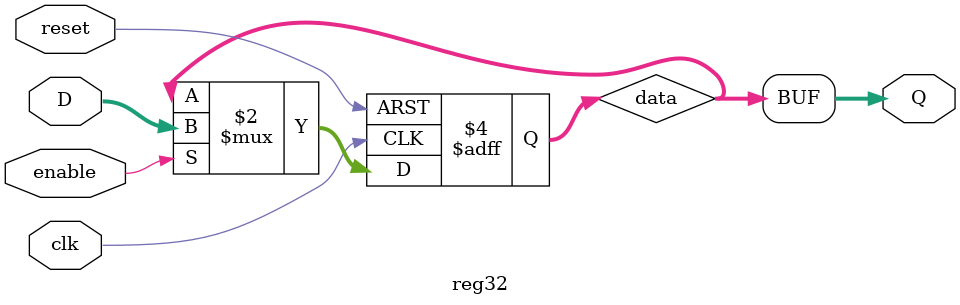
<source format=v>

`timescale 1ns / 100ps
module reg32(
 input wire clk, reset, enable,
 input wire [31:0] D,
 output wire [31:0] Q
 );

 reg [31:0] data;

 always @(posedge clk, posedge reset)
 begin
 if (reset)
 begin
 data <= 0;
 end else begin
 if (enable)
 begin
 data <= D;
 end
 end
 end

 assign Q = data;

endmodule

</source>
